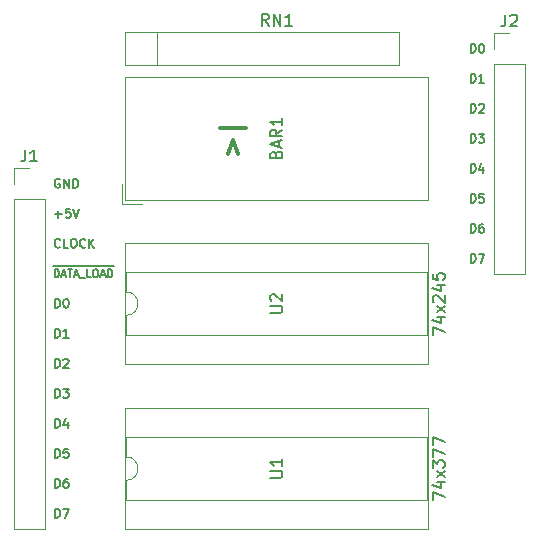
<source format=gto>
G04 #@! TF.GenerationSoftware,KiCad,Pcbnew,(5.1.2)-2*
G04 #@! TF.CreationDate,2019-08-11T20:37:08+02:00*
G04 #@! TF.ProjectId,Instruction-Register,496e7374-7275-4637-9469-6f6e2d526567,rev?*
G04 #@! TF.SameCoordinates,Original*
G04 #@! TF.FileFunction,Legend,Top*
G04 #@! TF.FilePolarity,Positive*
%FSLAX46Y46*%
G04 Gerber Fmt 4.6, Leading zero omitted, Abs format (unit mm)*
G04 Created by KiCad (PCBNEW (5.1.2)-2) date 2019-08-11 20:37:08*
%MOMM*%
%LPD*%
G04 APERTURE LIST*
%ADD10C,0.150000*%
%ADD11C,0.300000*%
%ADD12C,0.120000*%
G04 APERTURE END LIST*
D10*
X71015071Y-34629285D02*
X71015071Y-33879285D01*
X71193642Y-33879285D01*
X71300785Y-33915000D01*
X71372214Y-33986428D01*
X71407928Y-34057857D01*
X71443642Y-34200714D01*
X71443642Y-34307857D01*
X71407928Y-34450714D01*
X71372214Y-34522142D01*
X71300785Y-34593571D01*
X71193642Y-34629285D01*
X71015071Y-34629285D01*
X72122214Y-33879285D02*
X71765071Y-33879285D01*
X71729357Y-34236428D01*
X71765071Y-34200714D01*
X71836500Y-34165000D01*
X72015071Y-34165000D01*
X72086500Y-34200714D01*
X72122214Y-34236428D01*
X72157928Y-34307857D01*
X72157928Y-34486428D01*
X72122214Y-34557857D01*
X72086500Y-34593571D01*
X72015071Y-34629285D01*
X71836500Y-34629285D01*
X71765071Y-34593571D01*
X71729357Y-34557857D01*
X71015071Y-37169285D02*
X71015071Y-36419285D01*
X71193642Y-36419285D01*
X71300785Y-36455000D01*
X71372214Y-36526428D01*
X71407928Y-36597857D01*
X71443642Y-36740714D01*
X71443642Y-36847857D01*
X71407928Y-36990714D01*
X71372214Y-37062142D01*
X71300785Y-37133571D01*
X71193642Y-37169285D01*
X71015071Y-37169285D01*
X72086500Y-36419285D02*
X71943642Y-36419285D01*
X71872214Y-36455000D01*
X71836500Y-36490714D01*
X71765071Y-36597857D01*
X71729357Y-36740714D01*
X71729357Y-37026428D01*
X71765071Y-37097857D01*
X71800785Y-37133571D01*
X71872214Y-37169285D01*
X72015071Y-37169285D01*
X72086500Y-37133571D01*
X72122214Y-37097857D01*
X72157928Y-37026428D01*
X72157928Y-36847857D01*
X72122214Y-36776428D01*
X72086500Y-36740714D01*
X72015071Y-36705000D01*
X71872214Y-36705000D01*
X71800785Y-36740714D01*
X71765071Y-36776428D01*
X71729357Y-36847857D01*
X71015071Y-39709285D02*
X71015071Y-38959285D01*
X71193642Y-38959285D01*
X71300785Y-38995000D01*
X71372214Y-39066428D01*
X71407928Y-39137857D01*
X71443642Y-39280714D01*
X71443642Y-39387857D01*
X71407928Y-39530714D01*
X71372214Y-39602142D01*
X71300785Y-39673571D01*
X71193642Y-39709285D01*
X71015071Y-39709285D01*
X71693642Y-38959285D02*
X72193642Y-38959285D01*
X71872214Y-39709285D01*
X71015071Y-21929285D02*
X71015071Y-21179285D01*
X71193642Y-21179285D01*
X71300785Y-21215000D01*
X71372214Y-21286428D01*
X71407928Y-21357857D01*
X71443642Y-21500714D01*
X71443642Y-21607857D01*
X71407928Y-21750714D01*
X71372214Y-21822142D01*
X71300785Y-21893571D01*
X71193642Y-21929285D01*
X71015071Y-21929285D01*
X71907928Y-21179285D02*
X71979357Y-21179285D01*
X72050785Y-21215000D01*
X72086500Y-21250714D01*
X72122214Y-21322142D01*
X72157928Y-21465000D01*
X72157928Y-21643571D01*
X72122214Y-21786428D01*
X72086500Y-21857857D01*
X72050785Y-21893571D01*
X71979357Y-21929285D01*
X71907928Y-21929285D01*
X71836500Y-21893571D01*
X71800785Y-21857857D01*
X71765071Y-21786428D01*
X71729357Y-21643571D01*
X71729357Y-21465000D01*
X71765071Y-21322142D01*
X71800785Y-21250714D01*
X71836500Y-21215000D01*
X71907928Y-21179285D01*
X71015071Y-24469285D02*
X71015071Y-23719285D01*
X71193642Y-23719285D01*
X71300785Y-23755000D01*
X71372214Y-23826428D01*
X71407928Y-23897857D01*
X71443642Y-24040714D01*
X71443642Y-24147857D01*
X71407928Y-24290714D01*
X71372214Y-24362142D01*
X71300785Y-24433571D01*
X71193642Y-24469285D01*
X71015071Y-24469285D01*
X72157928Y-24469285D02*
X71729357Y-24469285D01*
X71943642Y-24469285D02*
X71943642Y-23719285D01*
X71872214Y-23826428D01*
X71800785Y-23897857D01*
X71729357Y-23933571D01*
X71015071Y-27009285D02*
X71015071Y-26259285D01*
X71193642Y-26259285D01*
X71300785Y-26295000D01*
X71372214Y-26366428D01*
X71407928Y-26437857D01*
X71443642Y-26580714D01*
X71443642Y-26687857D01*
X71407928Y-26830714D01*
X71372214Y-26902142D01*
X71300785Y-26973571D01*
X71193642Y-27009285D01*
X71015071Y-27009285D01*
X71729357Y-26330714D02*
X71765071Y-26295000D01*
X71836500Y-26259285D01*
X72015071Y-26259285D01*
X72086500Y-26295000D01*
X72122214Y-26330714D01*
X72157928Y-26402142D01*
X72157928Y-26473571D01*
X72122214Y-26580714D01*
X71693642Y-27009285D01*
X72157928Y-27009285D01*
X71015071Y-29549285D02*
X71015071Y-28799285D01*
X71193642Y-28799285D01*
X71300785Y-28835000D01*
X71372214Y-28906428D01*
X71407928Y-28977857D01*
X71443642Y-29120714D01*
X71443642Y-29227857D01*
X71407928Y-29370714D01*
X71372214Y-29442142D01*
X71300785Y-29513571D01*
X71193642Y-29549285D01*
X71015071Y-29549285D01*
X71693642Y-28799285D02*
X72157928Y-28799285D01*
X71907928Y-29085000D01*
X72015071Y-29085000D01*
X72086500Y-29120714D01*
X72122214Y-29156428D01*
X72157928Y-29227857D01*
X72157928Y-29406428D01*
X72122214Y-29477857D01*
X72086500Y-29513571D01*
X72015071Y-29549285D01*
X71800785Y-29549285D01*
X71729357Y-29513571D01*
X71693642Y-29477857D01*
X71015071Y-32089285D02*
X71015071Y-31339285D01*
X71193642Y-31339285D01*
X71300785Y-31375000D01*
X71372214Y-31446428D01*
X71407928Y-31517857D01*
X71443642Y-31660714D01*
X71443642Y-31767857D01*
X71407928Y-31910714D01*
X71372214Y-31982142D01*
X71300785Y-32053571D01*
X71193642Y-32089285D01*
X71015071Y-32089285D01*
X72086500Y-31589285D02*
X72086500Y-32089285D01*
X71907928Y-31303571D02*
X71729357Y-31839285D01*
X72193642Y-31839285D01*
X35836071Y-53679285D02*
X35836071Y-52929285D01*
X36014642Y-52929285D01*
X36121785Y-52965000D01*
X36193214Y-53036428D01*
X36228928Y-53107857D01*
X36264642Y-53250714D01*
X36264642Y-53357857D01*
X36228928Y-53500714D01*
X36193214Y-53572142D01*
X36121785Y-53643571D01*
X36014642Y-53679285D01*
X35836071Y-53679285D01*
X36907500Y-53179285D02*
X36907500Y-53679285D01*
X36728928Y-52893571D02*
X36550357Y-53429285D01*
X37014642Y-53429285D01*
X35836071Y-51139285D02*
X35836071Y-50389285D01*
X36014642Y-50389285D01*
X36121785Y-50425000D01*
X36193214Y-50496428D01*
X36228928Y-50567857D01*
X36264642Y-50710714D01*
X36264642Y-50817857D01*
X36228928Y-50960714D01*
X36193214Y-51032142D01*
X36121785Y-51103571D01*
X36014642Y-51139285D01*
X35836071Y-51139285D01*
X36514642Y-50389285D02*
X36978928Y-50389285D01*
X36728928Y-50675000D01*
X36836071Y-50675000D01*
X36907500Y-50710714D01*
X36943214Y-50746428D01*
X36978928Y-50817857D01*
X36978928Y-50996428D01*
X36943214Y-51067857D01*
X36907500Y-51103571D01*
X36836071Y-51139285D01*
X36621785Y-51139285D01*
X36550357Y-51103571D01*
X36514642Y-51067857D01*
X35836071Y-48599285D02*
X35836071Y-47849285D01*
X36014642Y-47849285D01*
X36121785Y-47885000D01*
X36193214Y-47956428D01*
X36228928Y-48027857D01*
X36264642Y-48170714D01*
X36264642Y-48277857D01*
X36228928Y-48420714D01*
X36193214Y-48492142D01*
X36121785Y-48563571D01*
X36014642Y-48599285D01*
X35836071Y-48599285D01*
X36550357Y-47920714D02*
X36586071Y-47885000D01*
X36657500Y-47849285D01*
X36836071Y-47849285D01*
X36907500Y-47885000D01*
X36943214Y-47920714D01*
X36978928Y-47992142D01*
X36978928Y-48063571D01*
X36943214Y-48170714D01*
X36514642Y-48599285D01*
X36978928Y-48599285D01*
X35836071Y-46059285D02*
X35836071Y-45309285D01*
X36014642Y-45309285D01*
X36121785Y-45345000D01*
X36193214Y-45416428D01*
X36228928Y-45487857D01*
X36264642Y-45630714D01*
X36264642Y-45737857D01*
X36228928Y-45880714D01*
X36193214Y-45952142D01*
X36121785Y-46023571D01*
X36014642Y-46059285D01*
X35836071Y-46059285D01*
X36978928Y-46059285D02*
X36550357Y-46059285D01*
X36764642Y-46059285D02*
X36764642Y-45309285D01*
X36693214Y-45416428D01*
X36621785Y-45487857D01*
X36550357Y-45523571D01*
X36264642Y-38367857D02*
X36228928Y-38403571D01*
X36121785Y-38439285D01*
X36050357Y-38439285D01*
X35943214Y-38403571D01*
X35871785Y-38332142D01*
X35836071Y-38260714D01*
X35800357Y-38117857D01*
X35800357Y-38010714D01*
X35836071Y-37867857D01*
X35871785Y-37796428D01*
X35943214Y-37725000D01*
X36050357Y-37689285D01*
X36121785Y-37689285D01*
X36228928Y-37725000D01*
X36264642Y-37760714D01*
X36943214Y-38439285D02*
X36586071Y-38439285D01*
X36586071Y-37689285D01*
X37336071Y-37689285D02*
X37478928Y-37689285D01*
X37550357Y-37725000D01*
X37621785Y-37796428D01*
X37657500Y-37939285D01*
X37657500Y-38189285D01*
X37621785Y-38332142D01*
X37550357Y-38403571D01*
X37478928Y-38439285D01*
X37336071Y-38439285D01*
X37264642Y-38403571D01*
X37193214Y-38332142D01*
X37157500Y-38189285D01*
X37157500Y-37939285D01*
X37193214Y-37796428D01*
X37264642Y-37725000D01*
X37336071Y-37689285D01*
X38407500Y-38367857D02*
X38371785Y-38403571D01*
X38264642Y-38439285D01*
X38193214Y-38439285D01*
X38086071Y-38403571D01*
X38014642Y-38332142D01*
X37978928Y-38260714D01*
X37943214Y-38117857D01*
X37943214Y-38010714D01*
X37978928Y-37867857D01*
X38014642Y-37796428D01*
X38086071Y-37725000D01*
X38193214Y-37689285D01*
X38264642Y-37689285D01*
X38371785Y-37725000D01*
X38407500Y-37760714D01*
X38728928Y-38439285D02*
X38728928Y-37689285D01*
X39157500Y-38439285D02*
X38836071Y-38010714D01*
X39157500Y-37689285D02*
X38728928Y-38117857D01*
X36228928Y-32645000D02*
X36157500Y-32609285D01*
X36050357Y-32609285D01*
X35943214Y-32645000D01*
X35871785Y-32716428D01*
X35836071Y-32787857D01*
X35800357Y-32930714D01*
X35800357Y-33037857D01*
X35836071Y-33180714D01*
X35871785Y-33252142D01*
X35943214Y-33323571D01*
X36050357Y-33359285D01*
X36121785Y-33359285D01*
X36228928Y-33323571D01*
X36264642Y-33287857D01*
X36264642Y-33037857D01*
X36121785Y-33037857D01*
X36586071Y-33359285D02*
X36586071Y-32609285D01*
X37014642Y-33359285D01*
X37014642Y-32609285D01*
X37371785Y-33359285D02*
X37371785Y-32609285D01*
X37550357Y-32609285D01*
X37657500Y-32645000D01*
X37728928Y-32716428D01*
X37764642Y-32787857D01*
X37800357Y-32930714D01*
X37800357Y-33037857D01*
X37764642Y-33180714D01*
X37728928Y-33252142D01*
X37657500Y-33323571D01*
X37550357Y-33359285D01*
X37371785Y-33359285D01*
X35836071Y-43519285D02*
X35836071Y-42769285D01*
X36014642Y-42769285D01*
X36121785Y-42805000D01*
X36193214Y-42876428D01*
X36228928Y-42947857D01*
X36264642Y-43090714D01*
X36264642Y-43197857D01*
X36228928Y-43340714D01*
X36193214Y-43412142D01*
X36121785Y-43483571D01*
X36014642Y-43519285D01*
X35836071Y-43519285D01*
X36728928Y-42769285D02*
X36800357Y-42769285D01*
X36871785Y-42805000D01*
X36907500Y-42840714D01*
X36943214Y-42912142D01*
X36978928Y-43055000D01*
X36978928Y-43233571D01*
X36943214Y-43376428D01*
X36907500Y-43447857D01*
X36871785Y-43483571D01*
X36800357Y-43519285D01*
X36728928Y-43519285D01*
X36657500Y-43483571D01*
X36621785Y-43447857D01*
X36586071Y-43376428D01*
X36550357Y-43233571D01*
X36550357Y-43055000D01*
X36586071Y-42912142D01*
X36621785Y-42840714D01*
X36657500Y-42805000D01*
X36728928Y-42769285D01*
X35657500Y-39977000D02*
X36307500Y-39977000D01*
X35812261Y-40934047D02*
X35812261Y-40284047D01*
X35967023Y-40284047D01*
X36059880Y-40315000D01*
X36121785Y-40376904D01*
X36152738Y-40438809D01*
X36183690Y-40562619D01*
X36183690Y-40655476D01*
X36152738Y-40779285D01*
X36121785Y-40841190D01*
X36059880Y-40903095D01*
X35967023Y-40934047D01*
X35812261Y-40934047D01*
X36307500Y-39977000D02*
X36864642Y-39977000D01*
X36431309Y-40748333D02*
X36740833Y-40748333D01*
X36369404Y-40934047D02*
X36586071Y-40284047D01*
X36802738Y-40934047D01*
X36864642Y-39977000D02*
X37359880Y-39977000D01*
X36926547Y-40284047D02*
X37297976Y-40284047D01*
X37112261Y-40934047D02*
X37112261Y-40284047D01*
X37359880Y-39977000D02*
X37917023Y-39977000D01*
X37483690Y-40748333D02*
X37793214Y-40748333D01*
X37421785Y-40934047D02*
X37638452Y-40284047D01*
X37855119Y-40934047D01*
X37917023Y-39977000D02*
X38412261Y-39977000D01*
X37917023Y-40995952D02*
X38412261Y-40995952D01*
X38412261Y-39977000D02*
X38938452Y-39977000D01*
X38876547Y-40934047D02*
X38567023Y-40934047D01*
X38567023Y-40284047D01*
X38938452Y-39977000D02*
X39619404Y-39977000D01*
X39217023Y-40284047D02*
X39340833Y-40284047D01*
X39402738Y-40315000D01*
X39464642Y-40376904D01*
X39495595Y-40500714D01*
X39495595Y-40717380D01*
X39464642Y-40841190D01*
X39402738Y-40903095D01*
X39340833Y-40934047D01*
X39217023Y-40934047D01*
X39155119Y-40903095D01*
X39093214Y-40841190D01*
X39062261Y-40717380D01*
X39062261Y-40500714D01*
X39093214Y-40376904D01*
X39155119Y-40315000D01*
X39217023Y-40284047D01*
X39619404Y-39977000D02*
X40176547Y-39977000D01*
X39743214Y-40748333D02*
X40052738Y-40748333D01*
X39681309Y-40934047D02*
X39897976Y-40284047D01*
X40114642Y-40934047D01*
X40176547Y-39977000D02*
X40826547Y-39977000D01*
X40331309Y-40934047D02*
X40331309Y-40284047D01*
X40486071Y-40284047D01*
X40578928Y-40315000D01*
X40640833Y-40376904D01*
X40671785Y-40438809D01*
X40702738Y-40562619D01*
X40702738Y-40655476D01*
X40671785Y-40779285D01*
X40640833Y-40841190D01*
X40578928Y-40903095D01*
X40486071Y-40934047D01*
X40331309Y-40934047D01*
X35836071Y-35613571D02*
X36407500Y-35613571D01*
X36121785Y-35899285D02*
X36121785Y-35327857D01*
X37121785Y-35149285D02*
X36764642Y-35149285D01*
X36728928Y-35506428D01*
X36764642Y-35470714D01*
X36836071Y-35435000D01*
X37014642Y-35435000D01*
X37086071Y-35470714D01*
X37121785Y-35506428D01*
X37157500Y-35577857D01*
X37157500Y-35756428D01*
X37121785Y-35827857D01*
X37086071Y-35863571D01*
X37014642Y-35899285D01*
X36836071Y-35899285D01*
X36764642Y-35863571D01*
X36728928Y-35827857D01*
X37371785Y-35149285D02*
X37621785Y-35899285D01*
X37871785Y-35149285D01*
X35836071Y-61299285D02*
X35836071Y-60549285D01*
X36014642Y-60549285D01*
X36121785Y-60585000D01*
X36193214Y-60656428D01*
X36228928Y-60727857D01*
X36264642Y-60870714D01*
X36264642Y-60977857D01*
X36228928Y-61120714D01*
X36193214Y-61192142D01*
X36121785Y-61263571D01*
X36014642Y-61299285D01*
X35836071Y-61299285D01*
X36514642Y-60549285D02*
X37014642Y-60549285D01*
X36693214Y-61299285D01*
X35836071Y-58759285D02*
X35836071Y-58009285D01*
X36014642Y-58009285D01*
X36121785Y-58045000D01*
X36193214Y-58116428D01*
X36228928Y-58187857D01*
X36264642Y-58330714D01*
X36264642Y-58437857D01*
X36228928Y-58580714D01*
X36193214Y-58652142D01*
X36121785Y-58723571D01*
X36014642Y-58759285D01*
X35836071Y-58759285D01*
X36907500Y-58009285D02*
X36764642Y-58009285D01*
X36693214Y-58045000D01*
X36657500Y-58080714D01*
X36586071Y-58187857D01*
X36550357Y-58330714D01*
X36550357Y-58616428D01*
X36586071Y-58687857D01*
X36621785Y-58723571D01*
X36693214Y-58759285D01*
X36836071Y-58759285D01*
X36907500Y-58723571D01*
X36943214Y-58687857D01*
X36978928Y-58616428D01*
X36978928Y-58437857D01*
X36943214Y-58366428D01*
X36907500Y-58330714D01*
X36836071Y-58295000D01*
X36693214Y-58295000D01*
X36621785Y-58330714D01*
X36586071Y-58366428D01*
X36550357Y-58437857D01*
X35836071Y-56219285D02*
X35836071Y-55469285D01*
X36014642Y-55469285D01*
X36121785Y-55505000D01*
X36193214Y-55576428D01*
X36228928Y-55647857D01*
X36264642Y-55790714D01*
X36264642Y-55897857D01*
X36228928Y-56040714D01*
X36193214Y-56112142D01*
X36121785Y-56183571D01*
X36014642Y-56219285D01*
X35836071Y-56219285D01*
X36943214Y-55469285D02*
X36586071Y-55469285D01*
X36550357Y-55826428D01*
X36586071Y-55790714D01*
X36657500Y-55755000D01*
X36836071Y-55755000D01*
X36907500Y-55790714D01*
X36943214Y-55826428D01*
X36978928Y-55897857D01*
X36978928Y-56076428D01*
X36943214Y-56147857D01*
X36907500Y-56183571D01*
X36836071Y-56219285D01*
X36657500Y-56219285D01*
X36586071Y-56183571D01*
X36550357Y-56147857D01*
D11*
X50478571Y-30495714D02*
X50907142Y-29352857D01*
X51335714Y-30495714D01*
X51978571Y-28281428D02*
X49835714Y-28281428D01*
D12*
X72965000Y-20260000D02*
X74295000Y-20260000D01*
X72965000Y-21590000D02*
X72965000Y-20260000D01*
X72965000Y-22860000D02*
X75625000Y-22860000D01*
X75625000Y-22860000D02*
X75625000Y-40700000D01*
X72965000Y-22860000D02*
X72965000Y-40700000D01*
X72965000Y-40700000D02*
X75625000Y-40700000D01*
X32325000Y-31690000D02*
X33655000Y-31690000D01*
X32325000Y-33020000D02*
X32325000Y-31690000D01*
X32325000Y-34290000D02*
X34985000Y-34290000D01*
X34985000Y-34290000D02*
X34985000Y-62290000D01*
X32325000Y-34290000D02*
X32325000Y-62290000D01*
X32325000Y-62290000D02*
X34985000Y-62290000D01*
X41480000Y-33020000D02*
X41480000Y-34720000D01*
X41480000Y-34720000D02*
X43180000Y-34720000D01*
X67450000Y-23990000D02*
X67450000Y-34430000D01*
X67450000Y-34430000D02*
X41770000Y-34430000D01*
X41770000Y-34430000D02*
X41770000Y-23990000D01*
X41770000Y-23990000D02*
X67450000Y-23990000D01*
X41790000Y-38040000D02*
X41790000Y-48320000D01*
X67430000Y-38040000D02*
X41790000Y-38040000D01*
X67430000Y-48320000D02*
X67430000Y-38040000D01*
X41790000Y-48320000D02*
X67430000Y-48320000D01*
X41850000Y-40530000D02*
X41850000Y-42180000D01*
X67370000Y-40530000D02*
X41850000Y-40530000D01*
X67370000Y-45830000D02*
X67370000Y-40530000D01*
X41850000Y-45830000D02*
X67370000Y-45830000D01*
X41850000Y-44180000D02*
X41850000Y-45830000D01*
X41850000Y-42180000D02*
G75*
G02X41850000Y-44180000I0J-1000000D01*
G01*
X41850000Y-56150000D02*
G75*
G02X41850000Y-58150000I0J-1000000D01*
G01*
X41850000Y-58150000D02*
X41850000Y-59800000D01*
X41850000Y-59800000D02*
X67370000Y-59800000D01*
X67370000Y-59800000D02*
X67370000Y-54500000D01*
X67370000Y-54500000D02*
X41850000Y-54500000D01*
X41850000Y-54500000D02*
X41850000Y-56150000D01*
X41790000Y-62290000D02*
X67430000Y-62290000D01*
X67430000Y-62290000D02*
X67430000Y-52010000D01*
X67430000Y-52010000D02*
X41790000Y-52010000D01*
X41790000Y-52010000D02*
X41790000Y-62290000D01*
X41740000Y-20190000D02*
X41740000Y-22990000D01*
X41740000Y-22990000D02*
X64940000Y-22990000D01*
X64940000Y-22990000D02*
X64940000Y-20190000D01*
X64940000Y-20190000D02*
X41740000Y-20190000D01*
X44450000Y-20190000D02*
X44450000Y-22990000D01*
D10*
X73961666Y-18712380D02*
X73961666Y-19426666D01*
X73914047Y-19569523D01*
X73818809Y-19664761D01*
X73675952Y-19712380D01*
X73580714Y-19712380D01*
X74390238Y-18807619D02*
X74437857Y-18760000D01*
X74533095Y-18712380D01*
X74771190Y-18712380D01*
X74866428Y-18760000D01*
X74914047Y-18807619D01*
X74961666Y-18902857D01*
X74961666Y-18998095D01*
X74914047Y-19140952D01*
X74342619Y-19712380D01*
X74961666Y-19712380D01*
X33321666Y-30142380D02*
X33321666Y-30856666D01*
X33274047Y-30999523D01*
X33178809Y-31094761D01*
X33035952Y-31142380D01*
X32940714Y-31142380D01*
X34321666Y-31142380D02*
X33750238Y-31142380D01*
X34035952Y-31142380D02*
X34035952Y-30142380D01*
X33940714Y-30285238D01*
X33845476Y-30380476D01*
X33750238Y-30428095D01*
X54538571Y-30543333D02*
X54586190Y-30400476D01*
X54633809Y-30352857D01*
X54729047Y-30305238D01*
X54871904Y-30305238D01*
X54967142Y-30352857D01*
X55014761Y-30400476D01*
X55062380Y-30495714D01*
X55062380Y-30876666D01*
X54062380Y-30876666D01*
X54062380Y-30543333D01*
X54110000Y-30448095D01*
X54157619Y-30400476D01*
X54252857Y-30352857D01*
X54348095Y-30352857D01*
X54443333Y-30400476D01*
X54490952Y-30448095D01*
X54538571Y-30543333D01*
X54538571Y-30876666D01*
X54776666Y-29924285D02*
X54776666Y-29448095D01*
X55062380Y-30019523D02*
X54062380Y-29686190D01*
X55062380Y-29352857D01*
X55062380Y-28448095D02*
X54586190Y-28781428D01*
X55062380Y-29019523D02*
X54062380Y-29019523D01*
X54062380Y-28638571D01*
X54110000Y-28543333D01*
X54157619Y-28495714D01*
X54252857Y-28448095D01*
X54395714Y-28448095D01*
X54490952Y-28495714D01*
X54538571Y-28543333D01*
X54586190Y-28638571D01*
X54586190Y-29019523D01*
X55062380Y-27495714D02*
X55062380Y-28067142D01*
X55062380Y-27781428D02*
X54062380Y-27781428D01*
X54205238Y-27876666D01*
X54300476Y-27971904D01*
X54348095Y-28067142D01*
X54062380Y-43941904D02*
X54871904Y-43941904D01*
X54967142Y-43894285D01*
X55014761Y-43846666D01*
X55062380Y-43751428D01*
X55062380Y-43560952D01*
X55014761Y-43465714D01*
X54967142Y-43418095D01*
X54871904Y-43370476D01*
X54062380Y-43370476D01*
X54157619Y-42941904D02*
X54110000Y-42894285D01*
X54062380Y-42799047D01*
X54062380Y-42560952D01*
X54110000Y-42465714D01*
X54157619Y-42418095D01*
X54252857Y-42370476D01*
X54348095Y-42370476D01*
X54490952Y-42418095D01*
X55062380Y-42989523D01*
X55062380Y-42370476D01*
X67822380Y-45822857D02*
X67822380Y-45156190D01*
X68822380Y-45584761D01*
X68155714Y-44346666D02*
X68822380Y-44346666D01*
X67774761Y-44584761D02*
X68489047Y-44822857D01*
X68489047Y-44203809D01*
X68822380Y-43918095D02*
X68155714Y-43394285D01*
X68155714Y-43918095D02*
X68822380Y-43394285D01*
X67917619Y-43060952D02*
X67870000Y-43013333D01*
X67822380Y-42918095D01*
X67822380Y-42680000D01*
X67870000Y-42584761D01*
X67917619Y-42537142D01*
X68012857Y-42489523D01*
X68108095Y-42489523D01*
X68250952Y-42537142D01*
X68822380Y-43108571D01*
X68822380Y-42489523D01*
X68155714Y-41632380D02*
X68822380Y-41632380D01*
X67774761Y-41870476D02*
X68489047Y-42108571D01*
X68489047Y-41489523D01*
X67822380Y-40632380D02*
X67822380Y-41108571D01*
X68298571Y-41156190D01*
X68250952Y-41108571D01*
X68203333Y-41013333D01*
X68203333Y-40775238D01*
X68250952Y-40680000D01*
X68298571Y-40632380D01*
X68393809Y-40584761D01*
X68631904Y-40584761D01*
X68727142Y-40632380D01*
X68774761Y-40680000D01*
X68822380Y-40775238D01*
X68822380Y-41013333D01*
X68774761Y-41108571D01*
X68727142Y-41156190D01*
X54062380Y-57911904D02*
X54871904Y-57911904D01*
X54967142Y-57864285D01*
X55014761Y-57816666D01*
X55062380Y-57721428D01*
X55062380Y-57530952D01*
X55014761Y-57435714D01*
X54967142Y-57388095D01*
X54871904Y-57340476D01*
X54062380Y-57340476D01*
X55062380Y-56340476D02*
X55062380Y-56911904D01*
X55062380Y-56626190D02*
X54062380Y-56626190D01*
X54205238Y-56721428D01*
X54300476Y-56816666D01*
X54348095Y-56911904D01*
X67822380Y-59792857D02*
X67822380Y-59126190D01*
X68822380Y-59554761D01*
X68155714Y-58316666D02*
X68822380Y-58316666D01*
X67774761Y-58554761D02*
X68489047Y-58792857D01*
X68489047Y-58173809D01*
X68822380Y-57888095D02*
X68155714Y-57364285D01*
X68155714Y-57888095D02*
X68822380Y-57364285D01*
X67822380Y-57078571D02*
X67822380Y-56459523D01*
X68203333Y-56792857D01*
X68203333Y-56650000D01*
X68250952Y-56554761D01*
X68298571Y-56507142D01*
X68393809Y-56459523D01*
X68631904Y-56459523D01*
X68727142Y-56507142D01*
X68774761Y-56554761D01*
X68822380Y-56650000D01*
X68822380Y-56935714D01*
X68774761Y-57030952D01*
X68727142Y-57078571D01*
X67822380Y-56126190D02*
X67822380Y-55459523D01*
X68822380Y-55888095D01*
X67822380Y-55173809D02*
X67822380Y-54507142D01*
X68822380Y-54935714D01*
X53919523Y-19642380D02*
X53586190Y-19166190D01*
X53348095Y-19642380D02*
X53348095Y-18642380D01*
X53729047Y-18642380D01*
X53824285Y-18690000D01*
X53871904Y-18737619D01*
X53919523Y-18832857D01*
X53919523Y-18975714D01*
X53871904Y-19070952D01*
X53824285Y-19118571D01*
X53729047Y-19166190D01*
X53348095Y-19166190D01*
X54348095Y-19642380D02*
X54348095Y-18642380D01*
X54919523Y-19642380D01*
X54919523Y-18642380D01*
X55919523Y-19642380D02*
X55348095Y-19642380D01*
X55633809Y-19642380D02*
X55633809Y-18642380D01*
X55538571Y-18785238D01*
X55443333Y-18880476D01*
X55348095Y-18928095D01*
M02*

</source>
